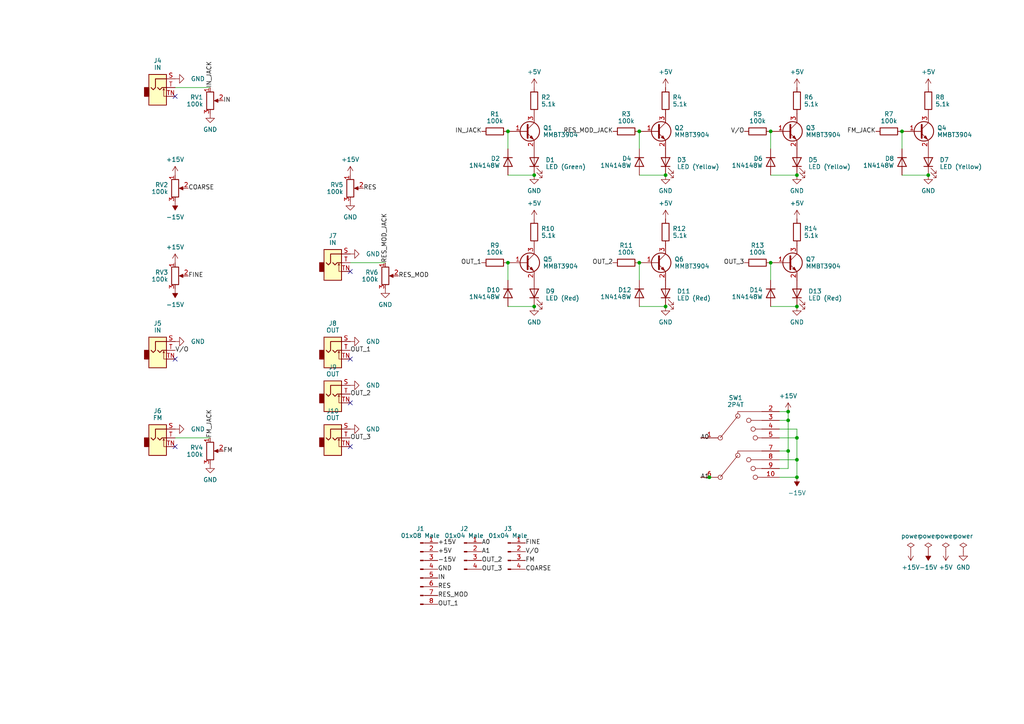
<source format=kicad_sch>
(kicad_sch (version 20211123) (generator "elektron")
  (paper "A4")
  (title_block (title "threeler") (date "04-06-2023") (rev "1") (comment 1 "mount circuit") (comment 2 "VCF from Ian Fritz") (comment 4 "License CC BY 4.0 - Attribution 4.0 International"))
  (lib_symbols
    (symbol "Connector_Audio:AudioJack2_SwitchT"
      (property "Reference" "J" (at 0 8.89 0))
      (property "Value" "AudioJack2_SwitchT" (at 0 6.35 0))
      (symbol "AudioJack2_SwitchT_0_1"
        (rectangle (start -2.54 0) (end -3.81 -2.54) (stroke (width 0.254)) (fill (type outline)))
        (polyline (pts (xy 1.778 -0.254) (xy 2.032 -0.762)))
        (polyline (pts (xy 0 0) (xy 0.635 -0.635) (xy 1.27 0) (xy 2.54 0)) (stroke (width 0.254)))
        (polyline (pts (xy 2.54 -2.54) (xy 1.778 -2.54) (xy 1.778 -0.254) (xy 1.524 -0.762)))
        (polyline (pts (xy 2.54 2.54) (xy -0.635 2.54) (xy -0.635 0) (xy -1.27 -0.635) (xy -1.905 0)) (stroke (width 0.254)))
        (rectangle (start 2.54 3.81) (end -2.54 -5.08) (stroke (width 0.254)) (fill (type background)))
      )
      (symbol "AudioJack2_SwitchT_1_1"
        (pin passive line (at 5.08 2.54 180) (length 2.54) (name "~") (number "S"))
        (pin passive line (at 5.08 0 180) (length 2.54) (name "~") (number "T"))
        (pin passive line (at 5.08 -2.54 180) (length 2.54) (name "~") (number "TN"))
      )
    )
    (symbol "power:GND" (power) (pin_names (offset 0))
      (property "Value" "GND" (at 0 -3.81 0))
      (symbol "GND_0_1"
        (polyline (pts (xy 0 0) (xy 0 -1.27) (xy 1.27 -1.27) (xy 0 -2.54) (xy -1.27 -1.27) (xy 0 -1.27)))
      )
      (symbol "GND_1_1"
        (pin power_in line (at 0 0 270) (length 0) hide (name "GND") (number "1"))
      )
    )
    (symbol "Device:R_Potentiometer" (pin_names (offset 1.016) hide)
      (property "Reference" "RV" (at -4.445 0 90))
      (property "Value" "R_Potentiometer" (at -2.54 0 90))
      (symbol "R_Potentiometer_0_1"
        (polyline (pts (xy 2.54 0) (xy 1.524 0)))
        (polyline (pts (xy 1.143 0) (xy 2.286 0.508) (xy 2.286 -0.508) (xy 1.143 0)) (fill (type outline)))
        (rectangle (start 1.016 2.54) (end -1.016 -2.54) (stroke (width 0.254)))
      )
      (symbol "R_Potentiometer_1_1"
        (pin passive line (at 0 3.81 270) (length 1.27) (name "1") (number "1"))
        (pin passive line (at 3.81 0 180) (length 1.27) (name "2") (number "2"))
        (pin passive line (at 0 -3.81 90) (length 1.27) (name "3") (number "3"))
      )
    )
    (symbol "power:+15V" (power) (pin_names (offset 0))
      (property "Value" "+15V" (at 0 3.556 0))
      (symbol "+15V_0_1"
        (polyline (pts (xy -0.762 1.27) (xy 0 2.54)))
        (polyline (pts (xy 0 0) (xy 0 2.54)))
        (polyline (pts (xy 0 2.54) (xy 0.762 1.27)))
      )
      (symbol "+15V_1_1"
        (pin power_in line (at 0 0 90) (length 0) hide (name "+15V") (number "1"))
      )
    )
    (symbol "power:-15V" (power) (pin_names (offset 0))
      (property "Value" "-15V" (at 0 3.81 0))
      (symbol "-15V_0_0"
        (pin power_in line (at 0 0 90) (length 0) hide (name "-15V") (number "1"))
      )
      (symbol "-15V_0_1"
        (polyline (pts (xy 0 0) (xy 0 1.27) (xy 0.762 1.27) (xy 0 2.54) (xy -0.762 1.27) (xy 0 1.27)) (fill (type outline)))
      )
    )
    (symbol "elektrophon:SW_Rotary2x4" (pin_names (offset 1.016) hide)
      (property "Reference" "SW" (at 0 11.43 0))
      (property "Value" "SW_Rotary2x4" (at 0 -12.7 0))
      (symbol "SW_Rotary2x4_0_0"
        (circle (center -4.445 -10.16) (radius 0.635))
        (circle (center -4.445 1.27) (radius 0.635))
        (polyline (pts (xy -4.445 -10.16) (xy 0.635 -3.81)))
        (polyline (pts (xy -4.445 1.27) (xy 0.635 7.62)))
        (polyline (pts (xy 4.445 -5.08) (xy 7.62 -5.08)))
        (polyline (pts (xy 4.445 6.35) (xy 7.62 6.35)))
        (polyline (pts (xy 5.715 -7.62) (xy 7.62 -7.62)))
        (polyline (pts (xy 5.715 3.81) (xy 7.62 3.81)))
        (polyline (pts (xy 6.35 -10.16) (xy 7.62 -10.16)))
        (polyline (pts (xy 6.35 1.27) (xy 7.62 1.27)))
        (polyline (pts (xy 0.635 -3.175) (xy 0.635 -2.54) (xy 7.62 -2.54)))
        (polyline (pts (xy 0.635 8.255) (xy 0.635 8.89) (xy 7.62 8.89)))
        (circle (center 0.635 -3.81) (radius 0.635))
        (circle (center 0.635 7.62) (radius 0.635))
        (circle (center 3.81 -5.08) (radius 0.635))
        (circle (center 3.81 6.35) (radius 0.635))
        (circle (center 5.08 -7.62) (radius 0.635))
        (circle (center 5.08 3.81) (radius 0.635))
        (circle (center 5.715 -10.16) (radius 0.635))
        (circle (center 5.715 1.27) (radius 0.635))
      )
      (symbol "SW_Rotary2x4_1_1"
        (pin passive line (at -10.16 1.27 0) (length 5.08) (name "A") (number "1"))
        (pin passive line (at 12.7 -10.16 180) (length 5.08) (name "8") (number "10"))
        (pin passive line (at 12.7 8.89 180) (length 5.08) (name "1") (number "2"))
        (pin passive line (at 12.7 6.35 180) (length 5.08) (name "2") (number "3"))
        (pin passive line (at 12.7 3.81 180) (length 5.08) (name "3") (number "4"))
        (pin passive line (at 12.7 1.27 180) (length 5.08) (name "4") (number "5"))
        (pin passive line (at -10.16 -10.16 0) (length 5.08) (name "B") (number "6"))
        (pin passive line (at 12.7 -2.54 180) (length 5.08) (name "5") (number "7"))
        (pin passive line (at 12.7 -5.08 180) (length 5.08) (name "6") (number "8"))
        (pin passive line (at 12.7 -7.62 180) (length 5.08) (name "7") (number "9"))
      )
    )
    (symbol "Connector:Conn_01x08_Pin" (pin_names (offset 1.016) hide)
      (property "Reference" "J" (at 0 10.16 0))
      (property "Value" "Conn_01x08_Pin" (at 0 -12.7 0))
      (symbol "Conn_01x08_Pin_1_1"
        (polyline (pts (xy 1.27 -10.16) (xy 0.8636 -10.16)) (stroke (width 0.1524)))
        (polyline (pts (xy 1.27 -7.62) (xy 0.8636 -7.62)) (stroke (width 0.1524)))
        (polyline (pts (xy 1.27 -5.08) (xy 0.8636 -5.08)) (stroke (width 0.1524)))
        (polyline (pts (xy 1.27 -2.54) (xy 0.8636 -2.54)) (stroke (width 0.1524)))
        (polyline (pts (xy 1.27 0) (xy 0.8636 0)) (stroke (width 0.1524)))
        (polyline (pts (xy 1.27 2.54) (xy 0.8636 2.54)) (stroke (width 0.1524)))
        (polyline (pts (xy 1.27 5.08) (xy 0.8636 5.08)) (stroke (width 0.1524)))
        (polyline (pts (xy 1.27 7.62) (xy 0.8636 7.62)) (stroke (width 0.1524)))
        (rectangle (start 0.8636 -10.033) (end 0 -10.287) (stroke (width 0.1524)) (fill (type outline)))
        (rectangle (start 0.8636 -7.493) (end 0 -7.747) (stroke (width 0.1524)) (fill (type outline)))
        (rectangle (start 0.8636 -4.953) (end 0 -5.207) (stroke (width 0.1524)) (fill (type outline)))
        (rectangle (start 0.8636 -2.413) (end 0 -2.667) (stroke (width 0.1524)) (fill (type outline)))
        (rectangle (start 0.8636 0.127) (end 0 -0.127) (stroke (width 0.1524)) (fill (type outline)))
        (rectangle (start 0.8636 2.667) (end 0 2.413) (stroke (width 0.1524)) (fill (type outline)))
        (rectangle (start 0.8636 5.207) (end 0 4.953) (stroke (width 0.1524)) (fill (type outline)))
        (rectangle (start 0.8636 7.747) (end 0 7.493) (stroke (width 0.1524)) (fill (type outline)))
        (pin passive line (at 5.08 7.62 180) (length 3.81) (name "Pin_1") (number "1"))
        (pin passive line (at 5.08 5.08 180) (length 3.81) (name "Pin_2") (number "2"))
        (pin passive line (at 5.08 2.54 180) (length 3.81) (name "Pin_3") (number "3"))
        (pin passive line (at 5.08 0 180) (length 3.81) (name "Pin_4") (number "4"))
        (pin passive line (at 5.08 -2.54 180) (length 3.81) (name "Pin_5") (number "5"))
        (pin passive line (at 5.08 -5.08 180) (length 3.81) (name "Pin_6") (number "6"))
        (pin passive line (at 5.08 -7.62 180) (length 3.81) (name "Pin_7") (number "7"))
        (pin passive line (at 5.08 -10.16 180) (length 3.81) (name "Pin_8") (number "8"))
      )
    )
    (symbol "Connector:Conn_01x04_Pin" (pin_names (offset 1.016) hide)
      (property "Reference" "J" (at 0 5.08 0))
      (property "Value" "Conn_01x04_Pin" (at 0 -7.62 0))
      (symbol "Conn_01x04_Pin_1_1"
        (polyline (pts (xy 1.27 -5.08) (xy 0.8636 -5.08)) (stroke (width 0.1524)))
        (polyline (pts (xy 1.27 -2.54) (xy 0.8636 -2.54)) (stroke (width 0.1524)))
        (polyline (pts (xy 1.27 0) (xy 0.8636 0)) (stroke (width 0.1524)))
        (polyline (pts (xy 1.27 2.54) (xy 0.8636 2.54)) (stroke (width 0.1524)))
        (rectangle (start 0.8636 -4.953) (end 0 -5.207) (stroke (width 0.1524)) (fill (type outline)))
        (rectangle (start 0.8636 -2.413) (end 0 -2.667) (stroke (width 0.1524)) (fill (type outline)))
        (rectangle (start 0.8636 0.127) (end 0 -0.127) (stroke (width 0.1524)) (fill (type outline)))
        (rectangle (start 0.8636 2.667) (end 0 2.413) (stroke (width 0.1524)) (fill (type outline)))
        (pin passive line (at 5.08 2.54 180) (length 3.81) (name "Pin_1") (number "1"))
        (pin passive line (at 5.08 0 180) (length 3.81) (name "Pin_2") (number "2"))
        (pin passive line (at 5.08 -2.54 180) (length 3.81) (name "Pin_3") (number "3"))
        (pin passive line (at 5.08 -5.08 180) (length 3.81) (name "Pin_4") (number "4"))
      )
    )
    (symbol "power:PWR_FLAG" (power) (pin_numbers hide) (pin_names (offset 0) hide)
      (property "Value" "PWR_FLAG" (at 0 3.81 0))
      (symbol "PWR_FLAG_0_0"
        (pin power_out line (at 0 0 90) (length 0) (name "pwr") (number "1"))
      )
      (symbol "PWR_FLAG_0_1"
        (polyline (pts (xy 0 0) (xy 0 1.27) (xy -1.016 1.905) (xy 0 2.54) (xy 1.016 1.905) (xy 0 1.27)))
      )
    )
    (symbol "power:+5V" (power) (pin_names (offset 0))
      (property "Value" "+5V" (at 0 3.556 0))
      (symbol "+5V_0_1"
        (polyline (pts (xy -0.762 1.27) (xy 0 2.54)))
        (polyline (pts (xy 0 0) (xy 0 2.54)))
        (polyline (pts (xy 0 2.54) (xy 0.762 1.27)))
      )
      (symbol "+5V_1_1"
        (pin power_in line (at 0 0 90) (length 0) hide (name "+5V") (number "1"))
      )
    )
    (symbol "Device:R" (pin_numbers hide) (pin_names (offset 0))
      (property "Reference" "R" (at 2.032 0 90))
      (property "Value" "R" (at 0 0 90))
      (symbol "R_0_1"
        (rectangle (start -1.016 -2.54) (end 1.016 2.54) (stroke (width 0.254)))
      )
      (symbol "R_1_1"
        (pin passive line (at 0 3.81 270) (length 1.27) (name "~") (number "1"))
        (pin passive line (at 0 -3.81 90) (length 1.27) (name "~") (number "2"))
      )
    )
    (symbol "Transistor_BJT:MMBT3904" (pin_names (offset 0) hide)
      (property "Reference" "Q" (at 5.08 1.905 0))
      (property "Value" "MMBT3904" (at 5.08 0 0))
      (symbol MMBT3904_0_1
        (polyline (pts (xy 0.635 0.635) (xy 2.54 2.54)))
        (polyline (pts (xy 0.635 -0.635) (xy 2.54 -2.54) (xy 2.54 -2.54)))
        (polyline (pts (xy 0.635 1.905) (xy 0.635 -1.905) (xy 0.635 -1.905)) (stroke (width 0.508)))
        (polyline (pts (xy 1.27 -1.778) (xy 1.778 -1.27) (xy 2.286 -2.286) (xy 1.27 -1.778) (xy 1.27 -1.778)) (fill (type outline)))
        (circle (center 1.27 0) (radius 2.8194) (stroke (width 0.254)))
      )
      (symbol MMBT3904_1_1
        (pin input line (at -5.08 0 0) (length 5.715) (name "B") (number "1"))
        (pin passive line (at 2.54 -5.08 90) (length 2.54) (name "E") (number "2"))
        (pin passive line (at 2.54 5.08 270) (length 2.54) (name "C") (number "3"))
      )
    )
    (symbol "Device:LED" (pin_numbers hide) (pin_names (offset 1.016) hide)
      (property "Reference" "D" (at 0 2.54 0))
      (property "Value" "LED" (at 0 -2.54 0))
      (symbol "LED_0_1"
        (polyline (pts (xy -1.27 -1.27) (xy -1.27 1.27)) (stroke (width 0.254)))
        (polyline (pts (xy -1.27 0) (xy 1.27 0)))
        (polyline (pts (xy 1.27 -1.27) (xy 1.27 1.27) (xy -1.27 0) (xy 1.27 -1.27)) (stroke (width 0.254)))
        (polyline (pts (xy -3.048 -0.762) (xy -4.572 -2.286) (xy -3.81 -2.286) (xy -4.572 -2.286) (xy -4.572 -1.524)))
        (polyline (pts (xy -1.778 -0.762) (xy -3.302 -2.286) (xy -2.54 -2.286) (xy -3.302 -2.286) (xy -3.302 -1.524)))
      )
      (symbol "LED_1_1"
        (pin passive line (at -3.81 0 0) (length 2.54) (name "K") (number "1"))
        (pin passive line (at 3.81 0 180) (length 2.54) (name "A") (number "2"))
      )
    )
    (symbol "Diode:1N4148" (pin_numbers hide) (pin_names hide)
      (property "Reference" "D" (at 0 2.54 0))
      (property "Value" "1N4148" (at 0 -2.54 0))
      (symbol 1N4148_0_1
        (polyline (pts (xy -1.27 1.27) (xy -1.27 -1.27)) (stroke (width 0.254)))
        (polyline (pts (xy 1.27 0) (xy -1.27 0)))
        (polyline (pts (xy 1.27 1.27) (xy 1.27 -1.27) (xy -1.27 0) (xy 1.27 1.27)) (stroke (width 0.254)))
      )
      (symbol 1N4148_1_1
        (pin passive line (at -3.81 0 0) (length 2.54) (name "K") (number "1"))
        (pin passive line (at 3.81 0 180) (length 2.54) (name "A") (number "2"))
      )
    )
  )
  (symbol (lib_id "Connector_Audio:AudioJack2_SwitchT") (at 45.72 25.4 0) (unit 1)
    (property "Reference" "J4" (at 45.72 17.59 0))
    (property "Value" "IN" (at 45.72 19.59 0))
    (property "Footprint" elektrophon:Jack_3.5mm_WQP-PJ398SM_Vertical (effects hide))
    (property "ki_keywords" "audio jack receptacle mono headphones phone TS connector" (effects hide))
    (property "ki_description" "Audio Jack, 2 Poles (Mono / TS), Switched T Pole (Normalling)" (effects hide))
    (property "ki_fp_filters" "Jack*" (effects hide))
  )
  (symbol (lib_id "power:GND") (at 50.8 22.86 90) (unit 1)
    (property "Reference" "GND" (effects hide))
    (property "Value" "GND" (at 55.34 22.86 90) (effects (justify right)))
    (property "ki_keywords" "global power" (effects hide))
    (property "ki_description" "Power symbol creates a global label with name \"GND\" , ground" (effects hide))
  )
  (no_connect (at 50.8 27.94))
  (wire (pts (xy 50.8 25.4) (xy 60.96 25.4)))
  (label "IN_JACK" (at 60.96 25.4 90))
  (symbol (lib_id "Device:R_Potentiometer") (at 60.96 29.21 0) (unit 1)
    (property "Reference" "RV1" (at 58.94 28.21 0) (effects (justify right)))
    (property "Value" "100k" (at 58.94 30.21 0) (effects (justify right)))
    (property "Footprint" elektrophon:Potentiometer_Alpha_RD901F-40-00D_Single_Vertical (effects hide))
    (property "ki_keywords" "resistor variable" (effects hide))
    (property "ki_description" "Potentiometer" (effects hide))
    (property "ki_fp_filters" "Potentiometer*" (effects hide))
  )
  (symbol (lib_id "power:GND") (at 60.96 33.02 0) (unit 1)
    (property "Reference" "GND" (effects hide))
    (property "Value" "GND" (at 60.96 37.56 0))
    (property "ki_keywords" "global power" (effects hide))
    (property "ki_description" "Power symbol creates a global label with name \"GND\" , ground" (effects hide))
  )
  (label "IN" (at 64.77 29.21 0))
  (symbol (lib_id "Device:R_Potentiometer") (at 50.8 54.61 0) (unit 1)
    (property "Reference" "RV2" (at 48.78 53.61 0) (effects (justify right)))
    (property "Value" "100k" (at 48.78 55.61 0) (effects (justify right)))
    (property "Footprint" elektrophon:Potentiometer_Alpha_RD901F-40-00D_Single_Vertical (effects hide))
    (property "ki_keywords" "resistor variable" (effects hide))
    (property "ki_description" "Potentiometer" (effects hide))
    (property "ki_fp_filters" "Potentiometer*" (effects hide))
  )
  (symbol (lib_id "power:+15V") (at 50.8 50.8 0) (unit 1)
    (property "Reference" "+15V" (effects hide))
    (property "Value" "+15V" (at 50.8 46.26 0))
    (property "ki_keywords" "global power" (effects hide))
    (property "ki_description" "Power symbol creates a global label with name \"+15V\"" (effects hide))
  )
  (symbol (lib_id "power:-15V") (at 50.8 58.42 180) (unit 1)
    (property "Reference" "-15V" (effects hide))
    (property "Value" "-15V" (at 50.8 62.96 0))
    (property "ki_keywords" "global power" (effects hide))
    (property "ki_description" "Power symbol creates a global label with name \"-15V\"" (effects hide))
  )
  (label "COARSE" (at 54.61 54.61 0))
  (symbol (lib_id "Device:R_Potentiometer") (at 50.8 80.01 0) (unit 1)
    (property "Reference" "RV3" (at 48.78 79.00999999999999 0) (effects (justify right)))
    (property "Value" "100k" (at 48.78 81.00999999999999 0) (effects (justify right)))
    (property "Footprint" elektrophon:Potentiometer_Alpha_RD901F-40-00D_Single_Vertical (effects hide))
    (property "ki_keywords" "resistor variable" (effects hide))
    (property "ki_description" "Potentiometer" (effects hide))
    (property "ki_fp_filters" "Potentiometer*" (effects hide))
  )
  (symbol (lib_id "power:+15V") (at 50.8 76.2 0) (unit 1)
    (property "Reference" "+15V" (effects hide))
    (property "Value" "+15V" (at 50.8 71.66 0))
    (property "ki_keywords" "global power" (effects hide))
    (property "ki_description" "Power symbol creates a global label with name \"+15V\"" (effects hide))
  )
  (symbol (lib_id "power:-15V") (at 50.8 83.82 180) (unit 1)
    (property "Reference" "-15V" (effects hide))
    (property "Value" "-15V" (at 50.8 88.36 0))
    (property "ki_keywords" "global power" (effects hide))
    (property "ki_description" "Power symbol creates a global label with name \"-15V\"" (effects hide))
  )
  (label "FINE" (at 54.61 80.01 0))
  (symbol (lib_id "Connector_Audio:AudioJack2_SwitchT") (at 45.72 101.6 0) (unit 1)
    (property "Reference" "J5" (at 45.72 93.79 0))
    (property "Value" "IN" (at 45.72 95.79 0))
    (property "Footprint" elektrophon:Jack_3.5mm_WQP-PJ398SM_Vertical (effects hide))
    (property "ki_keywords" "audio jack receptacle mono headphones phone TS connector" (effects hide))
    (property "ki_description" "Audio Jack, 2 Poles (Mono / TS), Switched T Pole (Normalling)" (effects hide))
    (property "ki_fp_filters" "Jack*" (effects hide))
  )
  (symbol (lib_id "power:GND") (at 50.8 99.06 90) (unit 1)
    (property "Reference" "GND" (effects hide))
    (property "Value" "GND" (at 55.34 99.06 90) (effects (justify right)))
    (property "ki_keywords" "global power" (effects hide))
    (property "ki_description" "Power symbol creates a global label with name \"GND\" , ground" (effects hide))
  )
  (no_connect (at 50.8 104.14))
  (label "V/O" (at 50.8 101.6 0))
  (symbol (lib_id "Connector_Audio:AudioJack2_SwitchT") (at 45.72 127 0) (unit 1)
    (property "Reference" "J6" (at 45.72 119.19 0))
    (property "Value" "FM" (at 45.72 121.19 0))
    (property "Footprint" elektrophon:Jack_3.5mm_WQP-PJ398SM_Vertical (effects hide))
    (property "ki_keywords" "audio jack receptacle mono headphones phone TS connector" (effects hide))
    (property "ki_description" "Audio Jack, 2 Poles (Mono / TS), Switched T Pole (Normalling)" (effects hide))
    (property "ki_fp_filters" "Jack*" (effects hide))
  )
  (symbol (lib_id "power:GND") (at 50.8 124.46 90) (unit 1)
    (property "Reference" "GND" (effects hide))
    (property "Value" "GND" (at 55.34 124.46 90) (effects (justify right)))
    (property "ki_keywords" "global power" (effects hide))
    (property "ki_description" "Power symbol creates a global label with name \"GND\" , ground" (effects hide))
  )
  (no_connect (at 50.8 129.54))
  (wire (pts (xy 50.8 127) (xy 60.96 127)))
  (label "FM_JACK" (at 60.96 127 90))
  (symbol (lib_id "Device:R_Potentiometer") (at 60.96 130.81 0) (unit 1)
    (property "Reference" "RV4" (at 58.94 129.81 0) (effects (justify right)))
    (property "Value" "100k" (at 58.94 131.81 0) (effects (justify right)))
    (property "Footprint" elektrophon:Potentiometer_Alpha_RD901F-40-00D_Single_Vertical (effects hide))
    (property "ki_keywords" "resistor variable" (effects hide))
    (property "ki_description" "Potentiometer" (effects hide))
    (property "ki_fp_filters" "Potentiometer*" (effects hide))
  )
  (symbol (lib_id "power:GND") (at 60.96 134.62 0) (unit 1)
    (property "Reference" "GND" (effects hide))
    (property "Value" "GND" (at 60.96 139.16 0))
    (property "ki_keywords" "global power" (effects hide))
    (property "ki_description" "Power symbol creates a global label with name \"GND\" , ground" (effects hide))
  )
  (label "FM" (at 64.77 130.81 0))
  (symbol (lib_id "Device:R_Potentiometer") (at 101.6 54.61 0) (unit 1)
    (property "Reference" "RV5" (at 99.58 53.61 0) (effects (justify right)))
    (property "Value" "100k" (at 99.58 55.61 0) (effects (justify right)))
    (property "Footprint" elektrophon:Potentiometer_Alpha_RD901F-40-00D_Single_Vertical (effects hide))
    (property "ki_keywords" "resistor variable" (effects hide))
    (property "ki_description" "Potentiometer" (effects hide))
    (property "ki_fp_filters" "Potentiometer*" (effects hide))
  )
  (symbol (lib_id "power:+15V") (at 101.6 50.8 0) (unit 1)
    (property "Reference" "+15V" (effects hide))
    (property "Value" "+15V" (at 101.6 46.26 0))
    (property "ki_keywords" "global power" (effects hide))
    (property "ki_description" "Power symbol creates a global label with name \"+15V\"" (effects hide))
  )
  (symbol (lib_id "power:GND") (at 101.6 58.42 0) (unit 1)
    (property "Reference" "GND" (effects hide))
    (property "Value" "GND" (at 101.6 62.96 0))
    (property "ki_keywords" "global power" (effects hide))
    (property "ki_description" "Power symbol creates a global label with name \"GND\" , ground" (effects hide))
  )
  (label "RES" (at 105.41 54.61 0))
  (symbol (lib_id "Connector_Audio:AudioJack2_SwitchT") (at 96.52 76.2 0) (unit 1)
    (property "Reference" "J7" (at 96.52 68.39 0))
    (property "Value" "IN" (at 96.52 70.39 0))
    (property "Footprint" elektrophon:Jack_3.5mm_WQP-PJ398SM_Vertical (effects hide))
    (property "ki_keywords" "audio jack receptacle mono headphones phone TS connector" (effects hide))
    (property "ki_description" "Audio Jack, 2 Poles (Mono / TS), Switched T Pole (Normalling)" (effects hide))
    (property "ki_fp_filters" "Jack*" (effects hide))
  )
  (symbol (lib_id "power:GND") (at 101.6 73.66 90) (unit 1)
    (property "Reference" "GND" (effects hide))
    (property "Value" "GND" (at 106.14 73.66 90) (effects (justify right)))
    (property "ki_keywords" "global power" (effects hide))
    (property "ki_description" "Power symbol creates a global label with name \"GND\" , ground" (effects hide))
  )
  (no_connect (at 101.6 78.74))
  (wire (pts (xy 101.6 76.2) (xy 111.76 76.2)))
  (label "RES_MOD_JACK" (at 111.76 76.2 90))
  (symbol (lib_id "Device:R_Potentiometer") (at 111.76 80.01 0) (unit 1)
    (property "Reference" "RV6" (at 109.74 79.00999999999999 0) (effects (justify right)))
    (property "Value" "100k" (at 109.74 81.00999999999999 0) (effects (justify right)))
    (property "Footprint" elektrophon:Potentiometer_Alpha_RD901F-40-00D_Single_Vertical (effects hide))
    (property "ki_keywords" "resistor variable" (effects hide))
    (property "ki_description" "Potentiometer" (effects hide))
    (property "ki_fp_filters" "Potentiometer*" (effects hide))
  )
  (symbol (lib_id "power:GND") (at 111.76 83.82 0) (unit 1)
    (property "Reference" "GND" (effects hide))
    (property "Value" "GND" (at 111.76 88.36 0))
    (property "ki_keywords" "global power" (effects hide))
    (property "ki_description" "Power symbol creates a global label with name \"GND\" , ground" (effects hide))
  )
  (label "RES_MOD" (at 115.57 80.01 0))
  (symbol (lib_id "Connector_Audio:AudioJack2_SwitchT") (at 96.52 101.6 0) (unit 1)
    (property "Reference" "J8" (at 96.52 93.79 0))
    (property "Value" "OUT" (at 96.52 95.79 0))
    (property "Footprint" elektrophon:Jack_3.5mm_WQP-PJ398SM_Vertical (effects hide))
    (property "ki_keywords" "audio jack receptacle mono headphones phone TS connector" (effects hide))
    (property "ki_description" "Audio Jack, 2 Poles (Mono / TS), Switched T Pole (Normalling)" (effects hide))
    (property "ki_fp_filters" "Jack*" (effects hide))
  )
  (symbol (lib_id "power:GND") (at 101.6 99.06 90) (unit 1)
    (property "Reference" "GND" (effects hide))
    (property "Value" "GND" (at 106.14 99.06 90) (effects (justify right)))
    (property "ki_keywords" "global power" (effects hide))
    (property "ki_description" "Power symbol creates a global label with name \"GND\" , ground" (effects hide))
  )
  (no_connect (at 101.6 104.14))
  (label "OUT_1" (at 101.6 101.6 0))
  (symbol (lib_id "Connector_Audio:AudioJack2_SwitchT") (at 96.52 114.3 0) (unit 1)
    (property "Reference" "J9" (at 96.52 106.49 0))
    (property "Value" "OUT" (at 96.52 108.49 0))
    (property "Footprint" elektrophon:Jack_3.5mm_WQP-PJ398SM_Vertical (effects hide))
    (property "ki_keywords" "audio jack receptacle mono headphones phone TS connector" (effects hide))
    (property "ki_description" "Audio Jack, 2 Poles (Mono / TS), Switched T Pole (Normalling)" (effects hide))
    (property "ki_fp_filters" "Jack*" (effects hide))
  )
  (symbol (lib_id "power:GND") (at 101.6 111.76 90) (unit 1)
    (property "Reference" "GND" (effects hide))
    (property "Value" "GND" (at 106.14 111.76 90) (effects (justify right)))
    (property "ki_keywords" "global power" (effects hide))
    (property "ki_description" "Power symbol creates a global label with name \"GND\" , ground" (effects hide))
  )
  (no_connect (at 101.6 116.84))
  (label "OUT_2" (at 101.6 114.3 0))
  (symbol (lib_id "Connector_Audio:AudioJack2_SwitchT") (at 96.52 127 0) (unit 1)
    (property "Reference" "J10" (at 96.52 119.19 0))
    (property "Value" "OUT" (at 96.52 121.19 0))
    (property "Footprint" elektrophon:Jack_3.5mm_WQP-PJ398SM_Vertical (effects hide))
    (property "ki_keywords" "audio jack receptacle mono headphones phone TS connector" (effects hide))
    (property "ki_description" "Audio Jack, 2 Poles (Mono / TS), Switched T Pole (Normalling)" (effects hide))
    (property "ki_fp_filters" "Jack*" (effects hide))
  )
  (symbol (lib_id "power:GND") (at 101.6 124.46 90) (unit 1)
    (property "Reference" "GND" (effects hide))
    (property "Value" "GND" (at 106.14 124.46 90) (effects (justify right)))
    (property "ki_keywords" "global power" (effects hide))
    (property "ki_description" "Power symbol creates a global label with name \"GND\" , ground" (effects hide))
  )
  (no_connect (at 101.6 129.54))
  (label "OUT_3" (at 101.6 127 0))
  (symbol (lib_id "elektrophon:SW_Rotary2x4") (at 213.36 128.27 0) (unit 1)
    (property "Reference" "SW1" (at 213.36 115.38 0))
    (property "Value" "2P4T" (at 213.36 117.38 0))
    (property "Footprint" elektrophon:2P4T.MINI (effects hide))
    (property "Datasheet" "https://www.taydaelectronics.com/datasheets/files/RS16211-24-TB20B12-00_drawing.pdf" (effects hide))
    (property "ki_keywords" "rotary switch" (effects hide))
    (property "ki_description" "2 rotary switch with 4 positions" (effects hide))
  )
  (label "A0" (at 203.2 127 0))
  (label "A1" (at 203.2 138.43 0))
  (wire (pts (xy 226.06 119.38) (xy 228.6 119.38)))
  (junction (at 228.6 119.38))
  (wire (pts (xy 228.6 119.38) (xy 228.6 121.92)))
  (junction (at 228.6 121.92))
  (wire (pts (xy 228.6 121.92) (xy 226.06 121.92)))
  (wire (pts (xy 228.6 121.92) (xy 228.6 130.81)))
  (junction (at 228.6 130.81))
  (wire (pts (xy 228.6 130.81) (xy 226.06 130.81)))
  (wire (pts (xy 228.6 130.81) (xy 228.6 135.89)))
  (wire (pts (xy 228.6 135.89) (xy 226.06 135.89)))
  (symbol (lib_id "power:+15V") (at 228.6 119.38 0) (unit 1)
    (property "Reference" "+15V" (effects hide))
    (property "Value" "+15V" (at 228.6 114.84 0))
    (property "ki_keywords" "global power" (effects hide))
    (property "ki_description" "Power symbol creates a global label with name \"+15V\"" (effects hide))
  )
  (wire (pts (xy 203.2 138.43) (xy 205.74 138.43)))
  (junction (at 205.74 138.43))
  (wire (pts (xy 226.06 124.46) (xy 231.14 124.46)))
  (wire (pts (xy 231.14 124.46) (xy 231.14 127)))
  (junction (at 231.14 127))
  (wire (pts (xy 231.14 127) (xy 226.06 127)))
  (wire (pts (xy 231.14 127) (xy 231.14 133.35)))
  (junction (at 231.14 133.35))
  (wire (pts (xy 231.14 133.35) (xy 226.06 133.35)))
  (wire (pts (xy 231.14 133.35) (xy 231.14 138.43)))
  (junction (at 231.14 138.43))
  (wire (pts (xy 231.14 138.43) (xy 226.06 138.43)))
  (symbol (lib_id "power:-15V") (at 231.14 138.43 180) (unit 1)
    (property "Reference" "-15V" (effects hide))
    (property "Value" "-15V" (at 231.14 142.97 0))
    (property "ki_keywords" "global power" (effects hide))
    (property "ki_description" "Power symbol creates a global label with name \"-15V\"" (effects hide))
  )
  (symbol (lib_id "Connector:Conn_01x08_Pin") (at 121.92 165.1 0) (unit 1)
    (property "Reference" "J1" (at 121.92 153.35 0))
    (property "Value" "01x08 Male" (at 121.92 155.35 0))
    (property "Footprint" Connector_PinHeader_2.54mm:PinHeader_1x08_P2.54mm_Vertical (effects hide))
    (property "ki_keywords" "connector" (effects hide))
    (property "ki_description" "Generic connector, single row, 01x08, script generated" (effects hide))
    (property "ki_fp_filters" "Connector*:*_1x??_*" (effects hide))
  )
  (label "+15V" (at 127 157.48 0))
  (label "+5V" (at 127 160.02 0))
  (label "-15V" (at 127 162.56 0))
  (label "GND" (at 127 165.1 0))
  (label "IN" (at 127 167.64 0))
  (label "RES" (at 127 170.18 0))
  (label "RES_MOD" (at 127 172.72 0))
  (label "OUT_1" (at 127 175.26 0))
  (symbol (lib_id "Connector:Conn_01x04_Pin") (at 134.62 160.02 0) (unit 1)
    (property "Reference" "J2" (at 134.62 153.35 0))
    (property "Value" "01x04 Male" (at 134.62 155.35 0))
    (property "Footprint" Connector_PinHeader_2.54mm:PinHeader_1x04_P2.54mm_Vertical (effects hide))
    (property "ki_keywords" "connector" (effects hide))
    (property "ki_description" "Generic connector, single row, 01x04, script generated" (effects hide))
    (property "ki_fp_filters" "Connector*:*_1x??_*" (effects hide))
  )
  (label "A0" (at 139.7 157.48 0))
  (label "A1" (at 139.7 160.02 0))
  (label "OUT_2" (at 139.7 162.56 0))
  (label "OUT_3" (at 139.7 165.1 0))
  (symbol (lib_id "Connector:Conn_01x04_Pin") (at 147.32 160.02 0) (unit 1)
    (property "Reference" "J3" (at 147.32 153.35 0))
    (property "Value" "01x04 Male" (at 147.32 155.35 0))
    (property "Footprint" Connector_PinHeader_2.54mm:PinHeader_1x04_P2.54mm_Vertical (effects hide))
    (property "ki_keywords" "connector" (effects hide))
    (property "ki_description" "Generic connector, single row, 01x04, script generated" (effects hide))
    (property "ki_fp_filters" "Connector*:*_1x??_*" (effects hide))
  )
  (label "FINE" (at 152.4 157.48 0))
  (label "V/O" (at 152.4 160.02 0))
  (label "FM" (at 152.4 162.56 0))
  (label "COARSE" (at 152.4 165.1 0))
  (symbol (lib_id "power:PWR_FLAG") (at 264.16 160.02 0) (unit 1)
    (property "Reference" "P1" (effects hide))
    (property "Value" "power" (at 264.16 155.48 0))
    (property "ki_keywords" "flag power" (effects hide))
    (property "ki_description" "Special symbol for telling ERC where power comes from" (effects hide))
  )
  (symbol (lib_id "power:+15V") (at 264.16 160.02 180) (unit 1)
    (property "Reference" "+15V" (effects hide))
    (property "Value" "+15V" (at 264.16 164.56 0))
    (property "ki_keywords" "global power" (effects hide))
    (property "ki_description" "Power symbol creates a global label with name \"+15V\"" (effects hide))
  )
  (symbol (lib_id "power:PWR_FLAG") (at 269.24 160.02 0) (unit 1)
    (property "Reference" "P2" (effects hide))
    (property "Value" "power" (at 269.24 155.48 0))
    (property "ki_keywords" "flag power" (effects hide))
    (property "ki_description" "Special symbol for telling ERC where power comes from" (effects hide))
  )
  (symbol (lib_id "power:-15V") (at 269.24 160.02 180) (unit 1)
    (property "Reference" "-15V" (effects hide))
    (property "Value" "-15V" (at 269.24 164.56 0))
    (property "ki_keywords" "global power" (effects hide))
    (property "ki_description" "Power symbol creates a global label with name \"-15V\"" (effects hide))
  )
  (symbol (lib_id "power:PWR_FLAG") (at 274.32 160.02 0) (unit 1)
    (property "Reference" "P3" (effects hide))
    (property "Value" "power" (at 274.32 155.48 0))
    (property "ki_keywords" "flag power" (effects hide))
    (property "ki_description" "Special symbol for telling ERC where power comes from" (effects hide))
  )
  (symbol (lib_id "power:+5V") (at 274.32 160.02 180) (unit 1)
    (property "Reference" "+5V" (effects hide))
    (property "Value" "+5V" (at 274.32 164.56 0))
    (property "ki_keywords" "global power" (effects hide))
    (property "ki_description" "Power symbol creates a global label with name \"+5V\"" (effects hide))
  )
  (symbol (lib_id "power:PWR_FLAG") (at 279.4 160.02 0) (unit 1)
    (property "Reference" "P4" (effects hide))
    (property "Value" "power" (at 279.4 155.48 0))
    (property "ki_keywords" "flag power" (effects hide))
    (property "ki_description" "Special symbol for telling ERC where power comes from" (effects hide))
  )
  (symbol (lib_id "power:GND") (at 279.4 160.02 0) (unit 1)
    (property "Reference" "GND" (effects hide))
    (property "Value" "GND" (at 279.4 164.56 0))
    (property "ki_keywords" "global power" (effects hide))
    (property "ki_description" "Power symbol creates a global label with name \"GND\" , ground" (effects hide))
  )
  (label "IN_JACK" (at 139.7 38.1 180))
  (symbol (lib_id "Device:R") (at 143.51 38.1 90) (unit 1)
    (property "Reference" "R1" (at 143.51 33.08 -90))
    (property "Value" "100k" (at 143.51 35.08 -90))
    (property "Footprint" Resistor_SMD:R_0805_2012Metric_Pad1.20x1.40mm_HandSolder (effects hide))
    (property "ki_keywords" "R res resistor" (effects hide))
    (property "ki_description" "Resistor" (effects hide))
    (property "ki_fp_filters" "R_*" (effects hide))
  )
  (junction (at 147.32 38.1))
  (symbol (lib_id "Transistor_BJT:MMBT3904") (at 152.4 38.1 0) (unit 1)
    (property "Reference" "Q1" (at 157.49 37.1 0) (effects (justify left)))
    (property "Value" "MMBT3904" (at 157.49 39.1 0) (effects (justify left)))
    (property "Footprint" Package_TO_SOT_SMD:SOT-23 (effects hide))
    (property "Datasheet" "https://www.onsemi.com/pdf/datasheet/pzt3904-d.pdf" (effects hide))
    (property "ki_keywords" "NPN Transistor" (effects hide))
    (property "ki_description" "0.2A Ic, 40V Vce, Small Signal NPN Transistor, SOT-23" (effects hide))
    (property "ki_fp_filters" "SOT?23*" (effects hide))
  )
  (symbol (lib_id "Device:R") (at 154.94 29.21 180) (unit 1)
    (property "Reference" "R2" (at 156.96 28.21 0) (effects (justify right)))
    (property "Value" "5.1k" (at 156.96 30.21 0) (effects (justify right)))
    (property "Footprint" Resistor_SMD:R_0805_2012Metric_Pad1.20x1.40mm_HandSolder (effects hide))
    (property "ki_keywords" "R res resistor" (effects hide))
    (property "ki_description" "Resistor" (effects hide))
    (property "ki_fp_filters" "R_*" (effects hide))
  )
  (symbol (lib_id "power:+5V") (at 154.94 25.4 0) (unit 1)
    (property "Reference" "+5V" (effects hide))
    (property "Value" "+5V" (at 154.94 20.86 0))
    (property "ki_keywords" "global power" (effects hide))
    (property "ki_description" "Power symbol creates a global label with name \"+5V\"" (effects hide))
  )
  (symbol (lib_id "Device:LED") (at 154.94 46.99 90) (unit 1)
    (property "Reference" "D1" (at 158.23 46.370000000000005 -90) (effects (justify left)))
    (property "Value" "LED (Green)" (at 158.23 48.370000000000005 -90) (effects (justify left)))
    (property "Footprint" LED_THT:LED_D3.0mm (effects hide))
    (property "ki_keywords" "LED diode" (effects hide))
    (property "ki_description" "Light emitting diode" (effects hide))
    (property "ki_fp_filters" "LED* LED_SMD:* LED_THT:*" (effects hide))
  )
  (junction (at 154.94 50.8))
  (symbol (lib_id "power:GND") (at 154.94 50.8 0) (unit 1)
    (property "Reference" "GND" (effects hide))
    (property "Value" "GND" (at 154.94 55.34 0))
    (property "ki_keywords" "global power" (effects hide))
    (property "ki_description" "Power symbol creates a global label with name \"GND\" , ground" (effects hide))
  )
  (wire (pts (xy 154.94 50.8) (xy 147.32 50.8)))
  (symbol (lib_id "Diode:1N4148") (at 147.32 46.99 270) (unit 1)
    (property "Reference" "D2" (at 145.05 45.989999999999995 -270) (effects (justify right)))
    (property "Value" "1N4148W" (at 145.05 47.989999999999995 -270) (effects (justify right)))
    (property "Footprint" Diode_SMD:D_SOD-123 (effects hide))
    (property "Datasheet" "https://assets.nexperia.com/documents/data-sheet/1N4148_1N4448.pdf" (effects hide))
    (property "Sim.Device" "D" (effects hide))
    (property "Sim.Pins" "1=K 2=A" (effects hide))
    (property "ki_keywords" "diode" (effects hide))
    (property "ki_description" "100V 0.15A standard switching diode, DO-35" (effects hide))
    (property "ki_fp_filters" "D*DO?35*" (effects hide))
  )
  (wire (pts (xy 147.32 43.18) (xy 147.32 38.1)))
  (label "RES_MOD_JACK" (at 177.8 38.1 180))
  (symbol (lib_id "Device:R") (at 181.61 38.1 90) (unit 1)
    (property "Reference" "R3" (at 181.61 33.08 -90))
    (property "Value" "100k" (at 181.61 35.08 -90))
    (property "Footprint" Resistor_SMD:R_0805_2012Metric_Pad1.20x1.40mm_HandSolder (effects hide))
    (property "ki_keywords" "R res resistor" (effects hide))
    (property "ki_description" "Resistor" (effects hide))
    (property "ki_fp_filters" "R_*" (effects hide))
  )
  (junction (at 185.42 38.1))
  (symbol (lib_id "Transistor_BJT:MMBT3904") (at 190.5 38.1 0) (unit 1)
    (property "Reference" "Q2" (at 195.59 37.1 0) (effects (justify left)))
    (property "Value" "MMBT3904" (at 195.59 39.1 0) (effects (justify left)))
    (property "Footprint" Package_TO_SOT_SMD:SOT-23 (effects hide))
    (property "Datasheet" "https://www.onsemi.com/pdf/datasheet/pzt3904-d.pdf" (effects hide))
    (property "ki_keywords" "NPN Transistor" (effects hide))
    (property "ki_description" "0.2A Ic, 40V Vce, Small Signal NPN Transistor, SOT-23" (effects hide))
    (property "ki_fp_filters" "SOT?23*" (effects hide))
  )
  (symbol (lib_id "Device:R") (at 193.04 29.21 180) (unit 1)
    (property "Reference" "R4" (at 195.06 28.21 0) (effects (justify right)))
    (property "Value" "5.1k" (at 195.06 30.21 0) (effects (justify right)))
    (property "Footprint" Resistor_SMD:R_0805_2012Metric_Pad1.20x1.40mm_HandSolder (effects hide))
    (property "ki_keywords" "R res resistor" (effects hide))
    (property "ki_description" "Resistor" (effects hide))
    (property "ki_fp_filters" "R_*" (effects hide))
  )
  (symbol (lib_id "power:+5V") (at 193.04 25.4 0) (unit 1)
    (property "Reference" "+5V" (effects hide))
    (property "Value" "+5V" (at 193.04 20.86 0))
    (property "ki_keywords" "global power" (effects hide))
    (property "ki_description" "Power symbol creates a global label with name \"+5V\"" (effects hide))
  )
  (symbol (lib_id "Device:LED") (at 193.04 46.99 90) (unit 1)
    (property "Reference" "D3" (at 196.33 46.370000000000005 -90) (effects (justify left)))
    (property "Value" "LED (Yellow)" (at 196.33 48.370000000000005 -90) (effects (justify left)))
    (property "Footprint" LED_THT:LED_D3.0mm (effects hide))
    (property "ki_keywords" "LED diode" (effects hide))
    (property "ki_description" "Light emitting diode" (effects hide))
    (property "ki_fp_filters" "LED* LED_SMD:* LED_THT:*" (effects hide))
  )
  (junction (at 193.04 50.8))
  (symbol (lib_id "power:GND") (at 193.04 50.8 0) (unit 1)
    (property "Reference" "GND" (effects hide))
    (property "Value" "GND" (at 193.04 55.34 0))
    (property "ki_keywords" "global power" (effects hide))
    (property "ki_description" "Power symbol creates a global label with name \"GND\" , ground" (effects hide))
  )
  (wire (pts (xy 193.04 50.8) (xy 185.42 50.8)))
  (symbol (lib_id "Diode:1N4148") (at 185.42 46.99 270) (unit 1)
    (property "Reference" "D4" (at 183.15 45.989999999999995 -270) (effects (justify right)))
    (property "Value" "1N4148W" (at 183.15 47.989999999999995 -270) (effects (justify right)))
    (property "Footprint" Diode_SMD:D_SOD-123 (effects hide))
    (property "Datasheet" "https://assets.nexperia.com/documents/data-sheet/1N4148_1N4448.pdf" (effects hide))
    (property "Sim.Device" "D" (effects hide))
    (property "Sim.Pins" "1=K 2=A" (effects hide))
    (property "ki_keywords" "diode" (effects hide))
    (property "ki_description" "100V 0.15A standard switching diode, DO-35" (effects hide))
    (property "ki_fp_filters" "D*DO?35*" (effects hide))
  )
  (wire (pts (xy 185.42 43.18) (xy 185.42 38.1)))
  (label "V/O" (at 215.9 38.1 180))
  (symbol (lib_id "Device:R") (at 219.71 38.1 90) (unit 1)
    (property "Reference" "R5" (at 219.71 33.08 -90))
    (property "Value" "100k" (at 219.71 35.08 -90))
    (property "Footprint" Resistor_SMD:R_0805_2012Metric_Pad1.20x1.40mm_HandSolder (effects hide))
    (property "ki_keywords" "R res resistor" (effects hide))
    (property "ki_description" "Resistor" (effects hide))
    (property "ki_fp_filters" "R_*" (effects hide))
  )
  (junction (at 223.52 38.1))
  (symbol (lib_id "Transistor_BJT:MMBT3904") (at 228.6 38.1 0) (unit 1)
    (property "Reference" "Q3" (at 233.69 37.1 0) (effects (justify left)))
    (property "Value" "MMBT3904" (at 233.69 39.1 0) (effects (justify left)))
    (property "Footprint" Package_TO_SOT_SMD:SOT-23 (effects hide))
    (property "Datasheet" "https://www.onsemi.com/pdf/datasheet/pzt3904-d.pdf" (effects hide))
    (property "ki_keywords" "NPN Transistor" (effects hide))
    (property "ki_description" "0.2A Ic, 40V Vce, Small Signal NPN Transistor, SOT-23" (effects hide))
    (property "ki_fp_filters" "SOT?23*" (effects hide))
  )
  (symbol (lib_id "Device:R") (at 231.14 29.21 180) (unit 1)
    (property "Reference" "R6" (at 233.16 28.21 0) (effects (justify right)))
    (property "Value" "5.1k" (at 233.16 30.21 0) (effects (justify right)))
    (property "Footprint" Resistor_SMD:R_0805_2012Metric_Pad1.20x1.40mm_HandSolder (effects hide))
    (property "ki_keywords" "R res resistor" (effects hide))
    (property "ki_description" "Resistor" (effects hide))
    (property "ki_fp_filters" "R_*" (effects hide))
  )
  (symbol (lib_id "power:+5V") (at 231.14 25.4 0) (unit 1)
    (property "Reference" "+5V" (effects hide))
    (property "Value" "+5V" (at 231.14 20.86 0))
    (property "ki_keywords" "global power" (effects hide))
    (property "ki_description" "Power symbol creates a global label with name \"+5V\"" (effects hide))
  )
  (symbol (lib_id "Device:LED") (at 231.14 46.99 90) (unit 1)
    (property "Reference" "D5" (at 234.43 46.370000000000005 -90) (effects (justify left)))
    (property "Value" "LED (Yellow)" (at 234.43 48.370000000000005 -90) (effects (justify left)))
    (property "Footprint" LED_THT:LED_D3.0mm (effects hide))
    (property "ki_keywords" "LED diode" (effects hide))
    (property "ki_description" "Light emitting diode" (effects hide))
    (property "ki_fp_filters" "LED* LED_SMD:* LED_THT:*" (effects hide))
  )
  (junction (at 231.14 50.8))
  (symbol (lib_id "power:GND") (at 231.14 50.8 0) (unit 1)
    (property "Reference" "GND" (effects hide))
    (property "Value" "GND" (at 231.14 55.34 0))
    (property "ki_keywords" "global power" (effects hide))
    (property "ki_description" "Power symbol creates a global label with name \"GND\" , ground" (effects hide))
  )
  (wire (pts (xy 231.14 50.8) (xy 223.52 50.8)))
  (symbol (lib_id "Diode:1N4148") (at 223.52 46.99 270) (unit 1)
    (property "Reference" "D6" (at 221.25 45.989999999999995 -270) (effects (justify right)))
    (property "Value" "1N4148W" (at 221.25 47.989999999999995 -270) (effects (justify right)))
    (property "Footprint" Diode_SMD:D_SOD-123 (effects hide))
    (property "Datasheet" "https://assets.nexperia.com/documents/data-sheet/1N4148_1N4448.pdf" (effects hide))
    (property "Sim.Device" "D" (effects hide))
    (property "Sim.Pins" "1=K 2=A" (effects hide))
    (property "ki_keywords" "diode" (effects hide))
    (property "ki_description" "100V 0.15A standard switching diode, DO-35" (effects hide))
    (property "ki_fp_filters" "D*DO?35*" (effects hide))
  )
  (wire (pts (xy 223.52 43.18) (xy 223.52 38.1)))
  (label "FM_JACK" (at 254 38.1 180))
  (symbol (lib_id "Device:R") (at 257.81 38.1 90) (unit 1)
    (property "Reference" "R7" (at 257.81 33.08 -90))
    (property "Value" "100k" (at 257.81 35.08 -90))
    (property "Footprint" Resistor_SMD:R_0805_2012Metric_Pad1.20x1.40mm_HandSolder (effects hide))
    (property "ki_keywords" "R res resistor" (effects hide))
    (property "ki_description" "Resistor" (effects hide))
    (property "ki_fp_filters" "R_*" (effects hide))
  )
  (junction (at 261.62 38.1))
  (symbol (lib_id "Transistor_BJT:MMBT3904") (at 266.7 38.1 0) (unit 1)
    (property "Reference" "Q4" (at 271.79 37.1 0) (effects (justify left)))
    (property "Value" "MMBT3904" (at 271.79 39.1 0) (effects (justify left)))
    (property "Footprint" Package_TO_SOT_SMD:SOT-23 (effects hide))
    (property "Datasheet" "https://www.onsemi.com/pdf/datasheet/pzt3904-d.pdf" (effects hide))
    (property "ki_keywords" "NPN Transistor" (effects hide))
    (property "ki_description" "0.2A Ic, 40V Vce, Small Signal NPN Transistor, SOT-23" (effects hide))
    (property "ki_fp_filters" "SOT?23*" (effects hide))
  )
  (symbol (lib_id "Device:R") (at 269.24 29.21 180) (unit 1)
    (property "Reference" "R8" (at 271.26 28.21 0) (effects (justify right)))
    (property "Value" "5.1k" (at 271.26 30.21 0) (effects (justify right)))
    (property "Footprint" Resistor_SMD:R_0805_2012Metric_Pad1.20x1.40mm_HandSolder (effects hide))
    (property "ki_keywords" "R res resistor" (effects hide))
    (property "ki_description" "Resistor" (effects hide))
    (property "ki_fp_filters" "R_*" (effects hide))
  )
  (symbol (lib_id "power:+5V") (at 269.24 25.4 0) (unit 1)
    (property "Reference" "+5V" (effects hide))
    (property "Value" "+5V" (at 269.24 20.86 0))
    (property "ki_keywords" "global power" (effects hide))
    (property "ki_description" "Power symbol creates a global label with name \"+5V\"" (effects hide))
  )
  (symbol (lib_id "Device:LED") (at 269.24 46.99 90) (unit 1)
    (property "Reference" "D7" (at 272.53 46.370000000000005 -90) (effects (justify left)))
    (property "Value" "LED (Yellow)" (at 272.53 48.370000000000005 -90) (effects (justify left)))
    (property "Footprint" LED_THT:LED_D3.0mm (effects hide))
    (property "ki_keywords" "LED diode" (effects hide))
    (property "ki_description" "Light emitting diode" (effects hide))
    (property "ki_fp_filters" "LED* LED_SMD:* LED_THT:*" (effects hide))
  )
  (junction (at 269.24 50.8))
  (symbol (lib_id "power:GND") (at 269.24 50.8 0) (unit 1)
    (property "Reference" "GND" (effects hide))
    (property "Value" "GND" (at 269.24 55.34 0))
    (property "ki_keywords" "global power" (effects hide))
    (property "ki_description" "Power symbol creates a global label with name \"GND\" , ground" (effects hide))
  )
  (wire (pts (xy 269.24 50.8) (xy 261.62 50.8)))
  (symbol (lib_id "Diode:1N4148") (at 261.62 46.99 270) (unit 1)
    (property "Reference" "D8" (at 259.35 45.989999999999995 -270) (effects (justify right)))
    (property "Value" "1N4148W" (at 259.35 47.989999999999995 -270) (effects (justify right)))
    (property "Footprint" Diode_SMD:D_SOD-123 (effects hide))
    (property "Datasheet" "https://assets.nexperia.com/documents/data-sheet/1N4148_1N4448.pdf" (effects hide))
    (property "Sim.Device" "D" (effects hide))
    (property "Sim.Pins" "1=K 2=A" (effects hide))
    (property "ki_keywords" "diode" (effects hide))
    (property "ki_description" "100V 0.15A standard switching diode, DO-35" (effects hide))
    (property "ki_fp_filters" "D*DO?35*" (effects hide))
  )
  (wire (pts (xy 261.62 43.18) (xy 261.62 38.1)))
  (label "OUT_1" (at 139.7 76.2 180))
  (symbol (lib_id "Device:R") (at 143.51 76.2 90) (unit 1)
    (property "Reference" "R9" (at 143.51 71.18 -90))
    (property "Value" "100k" (at 143.51 73.18 -90))
    (property "Footprint" Resistor_SMD:R_0805_2012Metric_Pad1.20x1.40mm_HandSolder (effects hide))
    (property "ki_keywords" "R res resistor" (effects hide))
    (property "ki_description" "Resistor" (effects hide))
    (property "ki_fp_filters" "R_*" (effects hide))
  )
  (junction (at 147.32 76.2))
  (symbol (lib_id "Transistor_BJT:MMBT3904") (at 152.4 76.2 0) (unit 1)
    (property "Reference" "Q5" (at 157.49 75.2 0) (effects (justify left)))
    (property "Value" "MMBT3904" (at 157.49 77.2 0) (effects (justify left)))
    (property "Footprint" Package_TO_SOT_SMD:SOT-23 (effects hide))
    (property "Datasheet" "https://www.onsemi.com/pdf/datasheet/pzt3904-d.pdf" (effects hide))
    (property "ki_keywords" "NPN Transistor" (effects hide))
    (property "ki_description" "0.2A Ic, 40V Vce, Small Signal NPN Transistor, SOT-23" (effects hide))
    (property "ki_fp_filters" "SOT?23*" (effects hide))
  )
  (symbol (lib_id "Device:R") (at 154.94 67.31 180) (unit 1)
    (property "Reference" "R10" (at 156.96 66.31 0) (effects (justify right)))
    (property "Value" "5.1k" (at 156.96 68.31 0) (effects (justify right)))
    (property "Footprint" Resistor_SMD:R_0805_2012Metric_Pad1.20x1.40mm_HandSolder (effects hide))
    (property "ki_keywords" "R res resistor" (effects hide))
    (property "ki_description" "Resistor" (effects hide))
    (property "ki_fp_filters" "R_*" (effects hide))
  )
  (symbol (lib_id "power:+5V") (at 154.94 63.5 0) (unit 1)
    (property "Reference" "+5V" (effects hide))
    (property "Value" "+5V" (at 154.94 58.96 0))
    (property "ki_keywords" "global power" (effects hide))
    (property "ki_description" "Power symbol creates a global label with name \"+5V\"" (effects hide))
  )
  (symbol (lib_id "Device:LED") (at 154.94 85.09 90) (unit 1)
    (property "Reference" "D9" (at 158.23 84.47 -90) (effects (justify left)))
    (property "Value" "LED (Red)" (at 158.23 86.47 -90) (effects (justify left)))
    (property "Footprint" LED_THT:LED_D3.0mm (effects hide))
    (property "ki_keywords" "LED diode" (effects hide))
    (property "ki_description" "Light emitting diode" (effects hide))
    (property "ki_fp_filters" "LED* LED_SMD:* LED_THT:*" (effects hide))
  )
  (junction (at 154.94 88.9))
  (symbol (lib_id "power:GND") (at 154.94 88.9 0) (unit 1)
    (property "Reference" "GND" (effects hide))
    (property "Value" "GND" (at 154.94 93.44 0))
    (property "ki_keywords" "global power" (effects hide))
    (property "ki_description" "Power symbol creates a global label with name \"GND\" , ground" (effects hide))
  )
  (wire (pts (xy 154.94 88.9) (xy 147.32 88.9)))
  (symbol (lib_id "Diode:1N4148") (at 147.32 85.09 270) (unit 1)
    (property "Reference" "D10" (at 145.05 84.09 -270) (effects (justify right)))
    (property "Value" "1N4148W" (at 145.05 86.09 -270) (effects (justify right)))
    (property "Footprint" Diode_SMD:D_SOD-123 (effects hide))
    (property "Datasheet" "https://assets.nexperia.com/documents/data-sheet/1N4148_1N4448.pdf" (effects hide))
    (property "Sim.Device" "D" (effects hide))
    (property "Sim.Pins" "1=K 2=A" (effects hide))
    (property "ki_keywords" "diode" (effects hide))
    (property "ki_description" "100V 0.15A standard switching diode, DO-35" (effects hide))
    (property "ki_fp_filters" "D*DO?35*" (effects hide))
  )
  (wire (pts (xy 147.32 81.28) (xy 147.32 76.2)))
  (label "OUT_2" (at 177.8 76.2 180))
  (symbol (lib_id "Device:R") (at 181.61 76.2 90) (unit 1)
    (property "Reference" "R11" (at 181.61 71.18 -90))
    (property "Value" "100k" (at 181.61 73.18 -90))
    (property "Footprint" Resistor_SMD:R_0805_2012Metric_Pad1.20x1.40mm_HandSolder (effects hide))
    (property "ki_keywords" "R res resistor" (effects hide))
    (property "ki_description" "Resistor" (effects hide))
    (property "ki_fp_filters" "R_*" (effects hide))
  )
  (junction (at 185.42 76.2))
  (symbol (lib_id "Transistor_BJT:MMBT3904") (at 190.5 76.2 0) (unit 1)
    (property "Reference" "Q6" (at 195.59 75.2 0) (effects (justify left)))
    (property "Value" "MMBT3904" (at 195.59 77.2 0) (effects (justify left)))
    (property "Footprint" Package_TO_SOT_SMD:SOT-23 (effects hide))
    (property "Datasheet" "https://www.onsemi.com/pdf/datasheet/pzt3904-d.pdf" (effects hide))
    (property "ki_keywords" "NPN Transistor" (effects hide))
    (property "ki_description" "0.2A Ic, 40V Vce, Small Signal NPN Transistor, SOT-23" (effects hide))
    (property "ki_fp_filters" "SOT?23*" (effects hide))
  )
  (symbol (lib_id "Device:R") (at 193.04 67.31 180) (unit 1)
    (property "Reference" "R12" (at 195.06 66.31 0) (effects (justify right)))
    (property "Value" "5.1k" (at 195.06 68.31 0) (effects (justify right)))
    (property "Footprint" Resistor_SMD:R_0805_2012Metric_Pad1.20x1.40mm_HandSolder (effects hide))
    (property "ki_keywords" "R res resistor" (effects hide))
    (property "ki_description" "Resistor" (effects hide))
    (property "ki_fp_filters" "R_*" (effects hide))
  )
  (symbol (lib_id "power:+5V") (at 193.04 63.5 0) (unit 1)
    (property "Reference" "+5V" (effects hide))
    (property "Value" "+5V" (at 193.04 58.96 0))
    (property "ki_keywords" "global power" (effects hide))
    (property "ki_description" "Power symbol creates a global label with name \"+5V\"" (effects hide))
  )
  (symbol (lib_id "Device:LED") (at 193.04 85.09 90) (unit 1)
    (property "Reference" "D11" (at 196.33 84.47 -90) (effects (justify left)))
    (property "Value" "LED (Red)" (at 196.33 86.47 -90) (effects (justify left)))
    (property "Footprint" LED_THT:LED_D3.0mm (effects hide))
    (property "ki_keywords" "LED diode" (effects hide))
    (property "ki_description" "Light emitting diode" (effects hide))
    (property "ki_fp_filters" "LED* LED_SMD:* LED_THT:*" (effects hide))
  )
  (junction (at 193.04 88.9))
  (symbol (lib_id "power:GND") (at 193.04 88.9 0) (unit 1)
    (property "Reference" "GND" (effects hide))
    (property "Value" "GND" (at 193.04 93.44 0))
    (property "ki_keywords" "global power" (effects hide))
    (property "ki_description" "Power symbol creates a global label with name \"GND\" , ground" (effects hide))
  )
  (wire (pts (xy 193.04 88.9) (xy 185.42 88.9)))
  (symbol (lib_id "Diode:1N4148") (at 185.42 85.09 270) (unit 1)
    (property "Reference" "D12" (at 183.15 84.09 -270) (effects (justify right)))
    (property "Value" "1N4148W" (at 183.15 86.09 -270) (effects (justify right)))
    (property "Footprint" Diode_SMD:D_SOD-123 (effects hide))
    (property "Datasheet" "https://assets.nexperia.com/documents/data-sheet/1N4148_1N4448.pdf" (effects hide))
    (property "Sim.Device" "D" (effects hide))
    (property "Sim.Pins" "1=K 2=A" (effects hide))
    (property "ki_keywords" "diode" (effects hide))
    (property "ki_description" "100V 0.15A standard switching diode, DO-35" (effects hide))
    (property "ki_fp_filters" "D*DO?35*" (effects hide))
  )
  (wire (pts (xy 185.42 81.28) (xy 185.42 76.2)))
  (label "OUT_3" (at 215.9 76.2 180))
  (symbol (lib_id "Device:R") (at 219.71 76.2 90) (unit 1)
    (property "Reference" "R13" (at 219.71 71.18 -90))
    (property "Value" "100k" (at 219.71 73.18 -90))
    (property "Footprint" Resistor_SMD:R_0805_2012Metric_Pad1.20x1.40mm_HandSolder (effects hide))
    (property "ki_keywords" "R res resistor" (effects hide))
    (property "ki_description" "Resistor" (effects hide))
    (property "ki_fp_filters" "R_*" (effects hide))
  )
  (junction (at 223.52 76.2))
  (symbol (lib_id "Transistor_BJT:MMBT3904") (at 228.6 76.2 0) (unit 1)
    (property "Reference" "Q7" (at 233.69 75.2 0) (effects (justify left)))
    (property "Value" "MMBT3904" (at 233.69 77.2 0) (effects (justify left)))
    (property "Footprint" Package_TO_SOT_SMD:SOT-23 (effects hide))
    (property "Datasheet" "https://www.onsemi.com/pdf/datasheet/pzt3904-d.pdf" (effects hide))
    (property "ki_keywords" "NPN Transistor" (effects hide))
    (property "ki_description" "0.2A Ic, 40V Vce, Small Signal NPN Transistor, SOT-23" (effects hide))
    (property "ki_fp_filters" "SOT?23*" (effects hide))
  )
  (symbol (lib_id "Device:R") (at 231.14 67.31 180) (unit 1)
    (property "Reference" "R14" (at 233.16 66.31 0) (effects (justify right)))
    (property "Value" "5.1k" (at 233.16 68.31 0) (effects (justify right)))
    (property "Footprint" Resistor_SMD:R_0805_2012Metric_Pad1.20x1.40mm_HandSolder (effects hide))
    (property "ki_keywords" "R res resistor" (effects hide))
    (property "ki_description" "Resistor" (effects hide))
    (property "ki_fp_filters" "R_*" (effects hide))
  )
  (symbol (lib_id "power:+5V") (at 231.14 63.5 0) (unit 1)
    (property "Reference" "+5V" (effects hide))
    (property "Value" "+5V" (at 231.14 58.96 0))
    (property "ki_keywords" "global power" (effects hide))
    (property "ki_description" "Power symbol creates a global label with name \"+5V\"" (effects hide))
  )
  (symbol (lib_id "Device:LED") (at 231.14 85.09 90) (unit 1)
    (property "Reference" "D13" (at 234.43 84.47 -90) (effects (justify left)))
    (property "Value" "LED (Red)" (at 234.43 86.47 -90) (effects (justify left)))
    (property "Footprint" LED_THT:LED_D3.0mm (effects hide))
    (property "ki_keywords" "LED diode" (effects hide))
    (property "ki_description" "Light emitting diode" (effects hide))
    (property "ki_fp_filters" "LED* LED_SMD:* LED_THT:*" (effects hide))
  )
  (junction (at 231.14 88.9))
  (symbol (lib_id "power:GND") (at 231.14 88.9 0) (unit 1)
    (property "Reference" "GND" (effects hide))
    (property "Value" "GND" (at 231.14 93.44 0))
    (property "ki_keywords" "global power" (effects hide))
    (property "ki_description" "Power symbol creates a global label with name \"GND\" , ground" (effects hide))
  )
  (wire (pts (xy 231.14 88.9) (xy 223.52 88.9)))
  (symbol (lib_id "Diode:1N4148") (at 223.52 85.09 270) (unit 1)
    (property "Reference" "D14" (at 221.25 84.09 -270) (effects (justify right)))
    (property "Value" "1N4148W" (at 221.25 86.09 -270) (effects (justify right)))
    (property "Footprint" Diode_SMD:D_SOD-123 (effects hide))
    (property "Datasheet" "https://assets.nexperia.com/documents/data-sheet/1N4148_1N4448.pdf" (effects hide))
    (property "Sim.Device" "D" (effects hide))
    (property "Sim.Pins" "1=K 2=A" (effects hide))
    (property "ki_keywords" "diode" (effects hide))
    (property "ki_description" "100V 0.15A standard switching diode, DO-35" (effects hide))
    (property "ki_fp_filters" "D*DO?35*" (effects hide))
  )
  (wire (pts (xy 223.52 81.28) (xy 223.52 76.2)))
)
</source>
